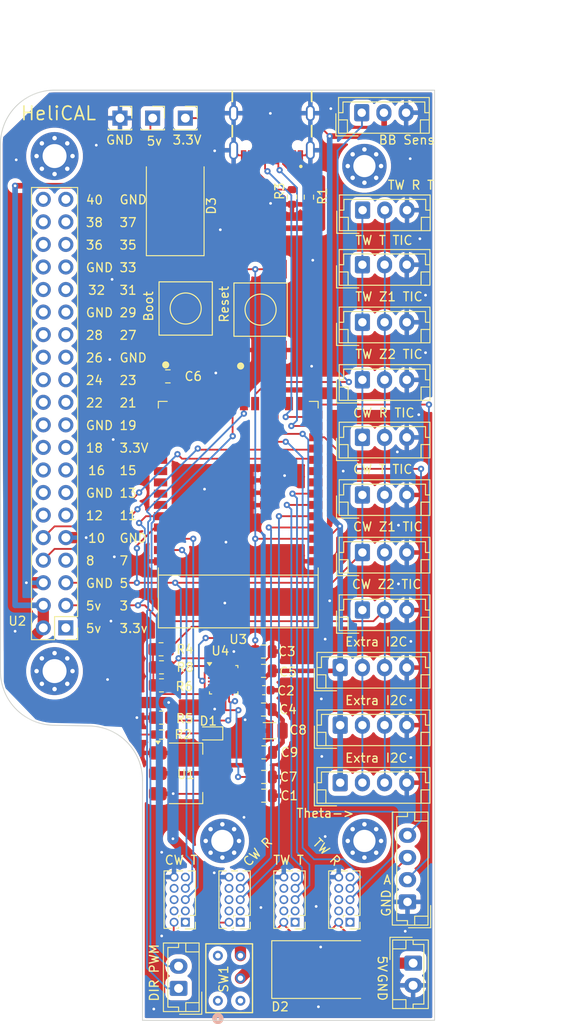
<source format=kicad_pcb>
(kicad_pcb (version 20241229) (generator "pcbnew") (generator_version "9.0")
  (layers (0 "F.Cu" signal) (2 "B.Cu" signal) (13 "F.Paste" user) (15 "B.Paste" user) (5 "F.SilkS" user "F.Silkscreen") (7 "B.SilkS" user "B.Silkscreen") (1 "F.Mask" user) (3 "B.Mask" user) (25 "Edge.Cuts" user))
  (net 0 "")
  (net 1 "GND")
  (net 2 "+5V")
  (net 3 "+3.3V")
  (net 4 "Net-(U3-EN)")
  (net 5 "Net-(U3-GPIO0)")
  (net 6 "Net-(U4-REGOUT)")
  (net 7 "Net-(D1-A)")
  (net 8 "Net-(D2-A)")
  (net 9 "/D+")
  (net 10 "/D-")
  (net 11 "/BB Sensor")
  (net 12 "/I2C SLC 1")
  (net 13 "/I2C SDA 1")
  (net 14 "/DC Dir")
  (net 15 "/DC PWM")
  (net 16 "Net-(U4-FSYNC)")
  (net 23 "/TW R B")
  (net 26 "/Theta A")
  (net 27 "/CW T B")
  (net 28 "/TW T B")
  (net 29 "/CW T A")
  (net 31 "/Jetson TX")
  (net 35 "/CW R B")
  (net 37 "/Theta B")
  (net 39 "/Jetson RX")
  (net 44 "/TW T A")
  (net 45 "/CW R A")
  (net 47 "/TW R A")
  (net 86 "Net-(D2-K)")
  (net 87 "Net-(D3-A)")
  (net 119 "Net-(J5-CC1)")
  (net 120 "Net-(J5-CC2)")
  (footprint "HeliCAL_Custom_Footprint:MountingHole_2.5mm_Pad_Via" (layer "F.Cu") (at 90.907 144.77262)
    (property "Reference" "H5" (hide yes))
    (property "Value" "MountingHole")
  )
  (footprint "Connector_JST:JST_EH_B3B-EH-A_1x03_P2.50mm_Vertical" (layer "F.Cu") (at 90.678 105.807727)
    (property "Reference" "J8" (hide yes))
    (property "Value" "CW T TIC" (hide yes))
  )
  (footprint "HeliCAL_Custom_Footprint:TE_4-1437565-9" (layer "F.Cu") (at 79.212 84.9385 90)
    (property "Reference" "SW2" (hide yes))
    (property "Value" "Reset" (hide yes))
  )
  (footprint "Connector_JST:JST_EH_B3B-EH-A_1x03_P2.50mm_Vertical" (layer "F.Cu") (at 90.678 86.364181)
    (property "Reference" "J11" (hide yes))
    (property "Value" "TW Z1 TIC" (hide yes))
  )
  (footprint "Sensor_Motion:InvenSense_QFN-24_3x3mm_P0.4mm" (layer "F.Cu") (at 75.057 126.619)
    (property "Reference" "U4")
    (property "Value" "~")
  )
  (footprint "Capacitor_SMD:C_0805_2012Metric" (layer "F.Cu") (at 79.568 125.621143)
    (property "Reference" "C5")
    (property "Value" ".1uF" (hide yes))
  )
  (footprint "Capacitor_SMD:C_0805_2012Metric" (layer "F.Cu") (at 79.5934 139.6746)
    (property "Reference" "C1")
    (property "Value" "100nF" (hide yes))
  )
  (footprint "Connector_PinSocket_2.54mm:PinSocket_1x01_P2.54mm_Vertical" (layer "F.Cu") (at 67.056 63.373)
    (property "Reference" "J2" (hide yes))
    (property "Value" "Conn_01x01" (hide yes))
  )
  (footprint "Connector_JST:JST_EH_B4B-EH-A_1x04_P2.50mm_Vertical" (layer "F.Cu") (at 88.178 138.213636)
    (property "Reference" "J16" (hide yes))
    (property "Value" "Extra I2C" (hide yes))
  )
  (footprint "Resistor_SMD:R_0805_2012Metric" (layer "F.Cu") (at 68.0485 125.222)
    (property "Reference" "R8")
    (property "Value" "10K" (hide yes))
  )
  (footprint "Resistor_SMD:R_0603_1608Metric" (layer "F.Cu") (at 68.0485 132.7912)
    (property "Reference" "R2")
    (property "Value" "500 Ω")
  )
  (footprint "Connector_JST:JST_EH_B3B-EH-A_1x03_P2.50mm_Vertical" (layer "F.Cu") (at 90.678 99.326545)
    (property "Reference" "J9" (hide yes))
    (property "Value" "CW R TIC" (hide yes))
  )
  (footprint "HeliCAL_Custom_Footprint:MountingHole_2.5mm_Pad_Via" (layer "F.Cu") (at 90.907 68.77262)
    (property "Reference" "H4" (hide yes))
    (property "Value" "MountingHole")
  )
  (footprint "Resistor_SMD:R_0603_1608Metric" (layer "F.Cu") (at 84.6546 72.2752 90)
    (property "Reference" "R1")
    (property "Value" "5.1 k" (hide yes))
  )
  (footprint "Connector_JST:JST_EH_B3B-EH-A_1x03_P2.50mm_Vertical" (layer "F.Cu") (at 90.678 112.288909)
    (property "Reference" "J7" (hide yes))
    (property "Value" "CW Z1 TIC" (hide yes))
  )
  (footprint "Diode_SMD:D_SMB-SMC_Universal_Handsoldering" (layer "F.Cu") (at 86.081 159.258)
    (property "Reference" "D2")
    (property "Value" "D")
  )
  (footprint "Connector_PinHeader_2.54mm:PinHeader_2x20_P2.54mm_Vertical" (layer "F.Cu") (at 54.737 72.517)
    (property "Reference" "U2")
    (property "Value" "~")
  )
  (footprint "Capacitor_SMD:C_1206_3216Metric" (layer "F.Cu") (at 80.215 132.3594 180)
    (property "Reference" "C8")
    (property "Value" "10nF" (hide yes))
  )
  (footprint "Connector_JST:JST_EH_B3B-EH-A_1x03_P2.50mm_Vertical" (layer "F.Cu") (at 90.6018 62.7634)
    (property "Reference" "J18" (hide yes))
    (property "Value" "Conn_01x03" (hide yes))
  )
  (footprint "Connector_PinHeader_1.27mm:PinHeader_2x05_P1.27mm_Vertical" (layer "F.Cu") (at 70.739 153.924 180)
    (property "Reference" "U6" (hide yes))
    (property "Value" "~")
  )
  (footprint "Capacitor_SMD:C_0805_2012Metric" (layer "F.Cu") (at 79.6138 134.7978 180)
    (property "Reference" "C9")
    (property "Value" "0.1uF" (hide yes))
  )
  (footprint "Capacitor_SMD:C_0805_2012Metric" (layer "F.Cu") (at 68.768 92.456 180)
    (property "Reference" "C6")
    (property "Value" ".1uF" (hide yes))
  )
  (footprint "Connector_PinHeader_1.27mm:PinHeader_2x05_P1.27mm_Vertical" (layer "F.Cu") (at 76.919667 153.924 180)
    (property "Reference" "U7" (hide yes))
    (property "Value" "~" (hide yes))
  )
  (footprint "Resistor_SMD:R_0805_2012Metric" (layer "F.Cu") (at 68.0485 130.8862 180)
    (property "Reference" "R5")
    (property "Value" "10K" (hide yes))
  )
  (footprint "Connector_JST:JST_EH_B3B-EH-A_1x03_P2.50mm_Vertical" (layer "F.Cu") (at 90.678 118.770091)
    (property "Reference" "J6" (hide yes))
    (property "Value" "CW Z2 TIC" (hide yes))
  )
  (footprint "HeliCAL_Custom_Footprint:ESP32-S2-SOLO" (layer "F.Cu") (at 76.695 105.024 180)
    (property "Reference" "U3")
    (property "Value" "ESP32-S2-SOLO" (hide yes))
  )
  (footprint "Connector_JST:JST_EH_B4B-EH-A_1x04_P2.50mm_Vertical" (layer "F.Cu") (at 88.178 125.251272)
    (property "Reference" "J15" (hide yes))
    (property "Value" "Extra I2C" (hide yes))
  )
  (footprint "HeliCAL_Custom_Footprint:GCT_USB4105-GF-A" (layer "F.Cu") (at 80.4946 62.8142 180)
    (property "Reference" "J5" (hide yes))
    (property "Value" "USB4105-GF-A" (hide yes))
  )
  (footprint "Connector_JST:JST_EH_B4B-EH-A_1x04_P2.50mm_Vertical" (layer "F.Cu") (at 95.758 151.638 90)
    (property "Reference" "J19" (hide yes))
    (property "Value" "Theta Encoder" (hide yes))
  )
  (footprint "HeliCAL_Custom_Footprint:TE_4-1437565-9" (layer "F.Cu") (at 70.775 84.8115 90)
    (property "Reference" "SW3" (hide yes))
    (property "Value" "Boot" (hide yes))
  )
  (footprint "Resistor_SMD:R_0805_2012Metric" (layer "F.Cu") (at 68.0485 127.254)
    (property "Reference" "R6")
    (property "Value" "10K" (hide yes))
  )
  (footprint "LED_SMD:LED_0603_1608Metric" (layer "F.Cu") (at 73.4675 132.6642 180)
    (property "Reference" "D1")
    (property "Value" "LED" (hide yes))
  )
  (footprint "Capacitor_SMD:C_0805_2012Metric" (layer "F.Cu") (at 79.5884 137.5664)
    (property "Reference" "C7")
    (property "Value" "0.1uF" (hide yes))
  )
  (footprint "Connector_JST:JST_EH_B2B-EH-A_1x02_P2.50mm_Vertical" (layer "F.Cu") (at 69.977 161.377 90)
    (property "Reference" "J17" (hide yes))
    (property "Value" "Conn_01x02" (hide yes))
  )
  (footprint "Resistor_SMD:R_0805_2012Metric" (layer "F.Cu") (at 68.0015 123.19)
    (property "Reference" "R4")
    (property "Value" "10k" (hide yes))
  )
  (footprint "Capacitor_SMD:C_0603_1608Metric" (layer "F.Cu") (at 79.568 127.798286)
    (property "Reference" "C2")
    (property "Value" "10uF")
  )
  (footprint "Package_TO_SOT_SMD:SOT-223-3_TabPin2" (layer "F.Cu") (at 70.7894 137.16)
    (property "Reference" "U1")
    (property "Value" "LD1117S33TR_SOT223" (hide yes))
  )
  (footprint "Capacitor_SMD:C_0805_2012Metric" (layer "F.Cu") (at 79.568 129.975429)
    (property "Reference" "C4")
    (property "Value" "1uF" (hide yes))
  )
  (footprint "Connector_PinHeader_1.27mm:PinHeader_2x05_P1.27mm_Vertical" (layer "F.Cu") (at 83.100333 153.924 180)
    (property "Reference" "U8" (hide yes))
    (property "Value" "~" (hide yes))
  )
  (footprint "Capacitor_SMD:C_0805_2012Metric" (layer "F.Cu") (at 79.568 123.444 180)
    (property "Reference" "C3")
    (property "Value" ".1uF" (hide yes))
  )
  (footprint "Diode_SMD:D_SMB-SMC_Universal_Handsoldering" (layer "F.Cu") (at 69.596 73.254 90)
    (property "Reference" "D3")
    (property "Value" "D" (hide yes))
  )
  (footprint "Connector_PinHeader_1.27mm:PinHeader_2x05_P1.27mm_Vertical" (layer "F.Cu") (at 89.281 153.924 180)
    (property "Reference" "U9" (hide yes))
    (property "Value" "~" (hide yes))
  )
  (footprint "Connector_JST:JST_EH_B3B-EH-A_1x03_P2.50mm_Vertical" (layer "F.Cu") (at 90.678 79.883)
    (property "Reference" "J12" (hide yes))
    (property "Value" "TW T TIC" (hide yes))
  )
  (footprint "HeliCAL_Custom_Footprint:CF-LD-1DC-AR2W_NDC" (layer "F.Cu") (at 74.40295 162.77285 90)
    (property "Reference" "SW1")
    (property "Value" "CF-LD-1DC-AR2W" (hide yes))
  )
  (footprint "HeliCAL_Custom_Footprint:MountingHole_2.7mm_Pad_Via" (layer "F.Cu") (at 56.007 67.647)
    (property "Reference" "H1" (hide yes))
    (property "Value" "MountingHole" (hide yes))
  )
  (footprint "Connector_JST:JST_EH_B4B-EH-A_1x04_P2.50mm_Vertical" (layer "F.Cu") (at 88.178 131.732454)
    (property "Reference" "J14" (hide yes))
    (property "Value" "Extra I2C" (hide yes))
  )
  (footprint "Connector_JST:JST_EH_B3B-EH-A_1x03_P2.50mm_Vertical" (layer "F.Cu") (at 90.7034 73.7362)
    (property "Reference" "J13" (hide yes))
    (property "Value" "TW R TIC" (hide yes))
  )
  (footprint "HeliCAL_Custom_Footprint:MountingHole_2.7mm_Pad_Via" (layer "F.Cu") (at 56.007 125.647)
    (property "Reference" "H2" (hide yes))
    (property "Value" "MountingHole" (hide yes))
  )
  (footprint "Connector_PinSocket_2.54mm:PinSocket_1x01_P2.54mm_Vertical" (layer "F.Cu") (at 63.373 63.373)
    (property "Reference" "J1" (hide yes))
    (property "Value" "Conn_01x01" (hide yes))
  )
  (footprint "HeliCAL_Custom_Footprint:MountingHole_2.5mm_Pad_Via" (layer "F.Cu") (at 74.907 144.77262)
    (property "Reference" "H3" (hide yes))
    (property "Value" "MountingHole")
  )
  (footprint "Connector_PinSocket_2.54mm:PinSocket_1x01_P2.54mm_Vertical" (layer "F.Cu") (at 70.739 63.373)
    (property "Reference" "J3" (hide yes))
    (property "Value" "Conn_01x01" (hide yes))
  )
  (footprint "Connector_JST:JST_EH_B2B-EH-A_1x02_P2.50mm_Vertical" (layer "F.Cu") (at 96.393 158.536 -90)
    (property "Reference" "J4" (hide yes))
    (property "Value" "Conn_01x02" (hide yes))
  )
  (footprint "Resistor_SMD:R_0603_1608Metric" (layer "F.Cu") (at 82.7496 72.2508 -90)
    (property "Reference" "R3")
    (property "Value" "5.1 k" (hide yes))
  )
  (footprint "Connector_JST:JST_EH_B3B-EH-A_1x03_P2.50mm_Vertical" (layer "F.Cu") (at 90.678 92.845363)
    (property "Reference" "J10" (hide yes))
    (property "Value" "TW Z2 TIC" (hide yes))
  )
  (gr_line (start 98.806 164.973) (end 65.913 164.973) (stroke (width 0.1)) (layer "Edge.Cuts"))
  (gr_line (start 49.911 67.647) (end 49.911 66.3194) (stroke (width 0.1)) (layer "Edge.Cuts"))
  (gr_arc (start 56.007 131.743) (mid 51.696477 129.957523) (end 49.911 125.647) (stroke (width 0.1)) (layer "Edge.Cuts"))
  (gr_arc (start 59.817 131.826) (mid 64.127523 133.611477) (end 65.913 137.922) (stroke (width 0.1)) (layer "Edge.Cuts"))
  (gr_line (start 65.913 164.973) (end 65.913 137.922) (stroke (width 0.1)) (layer "Edge.Cuts"))
  (gr_line (start 56.007 60.2234) (end 98.806 60.2234) (stroke (width 0.1)) (layer "Edge.Cuts"))
  (gr_line (start 56.007 131.743) (end 59.817 131.826) (stroke (width 0.1)) (layer "Edge.Cuts"))
  (gr_line (start 49.911 67.647) (end 49.911 125.647) (stroke (width 0.1)) (layer "Edge.Cuts"))
  (gr_arc (start 49.911 66.3194) (mid 51.696477 62.008877) (end 56.007 60.2234) (stroke (width 0.1)) (layer "Edge.Cuts"))
  (gr_line (start 98.806 61.551) (end 98.806 60.2234) (stroke (width 0.1)) (layer "Edge.Cuts"))
  (gr_line (start 98.806 61.551) (end 98.806 164.973) (stroke (width 0.1)) (layer "Edge.Cuts"))
  (gr_text "CW Z2 TIC" (at 89.408 116.459 0) (layer "F.SilkS") (effects (font (size 1 1)) (justify left bottom)))
  (gr_text "CW Z1 TIC" (at 89.535 109.982 0) (layer "F.SilkS") (effects (font (size 1 1)) (justify left bottom)))
  (gr_text "TW Z1 TIC" (at 89.789 84.074 0) (layer "F.SilkS") (effects (font (size 1 1)) (justify left bottom)))
  (gr_text "DIR" (at 67.818 162.941 90) (layer "F.SilkS") (effects (font (size 1 1)) (justify left bottom)))
  (gr_text "3.3V" (at 69.215 66.421 0) (layer "F.SilkS") (effects (font (size 1 1)) (justify left bottom)))
  (gr_text "TW R" (at 84.8868 145.0848 315) (layer "F.SilkS") (effects (font (size 1 1)) (justify left bottom)))
  (gr_text "TW Z2 TIC" (at 89.789 90.551 0) (layer "F.SilkS") (effects (font (size 1 1)) (justify left bottom)))
  (gr_text "5v" (at 66.294 66.548 0) (layer "F.SilkS") (effects (font (size 1 1)) (justify left bottom)))
  (gr_text "CW T" (at 68.326 147.5232 0) (layer "F.SilkS") (effects (font (size 1 1)) (justify left bottom)))
  (gr_text "Extra I2C\n" (at 88.646 136.017 0) (layer "F.SilkS") (effects (font (size 1 1)) (justify left bottom)))
  (gr_text "Reset" (at 75.692 86.487 90) (layer "F.SilkS") (effects (font (size 1 1)) (justify left bottom)))
  (gr_text "Extra I2C\n" (at 88.646 122.936 0) (layer "F.SilkS") (effects (font (size 1 1)) (justify left bottom)))
  (gr_text "Boot" (at 67.183 86.36 90) (layer "F.SilkS") (effects (font (size 1 1)) (justify left bottom)))
  (gr_text "A" (at 92.951181 149.741466 0) (layer "F.SilkS") (effects (font (size 1 1)) (justify left bottom)))
  (gr_text "CW R TIC" (at 89.535 97.155 0) (layer "F.SilkS") (effects (font (size 1 1)) (justify left bottom)))
  (gr_text "HeliCAL" (at 52.07 63.7286 0) (layer "F.SilkS") (effects (font (size 1.524 1.524) (thickness 0.1905)) (justify left bottom)))
  (gr_text "TW T" (at 80.5434 147.5232 0) (layer "F.SilkS") (effects (font (size 1 1)) (justify left bottom)))
  (gr_text "GND" (at 61.722 66.421 0) (layer "F.SilkS") (effects (font (size 1 1)) (justify left bottom)))
  (gr_text "CW T TIC" (at 89.535 103.505 0) (layer "F.SilkS") (effects (font (size 1 1)) (justify left bottom)))
  (gr_text "TW T TIC" (at 89.789 77.724 0) (layer "F.SilkS") (effects (font (size 1 1)) (justify left bottom)))
  (gr_text "TW R T" (at 93.4466 71.501 0) (layer "F.SilkS") (effects (font (size 1 1)) (justify left bottom)))
  (gr_text "GND" (at 93.9546 153.3906 90) (layer "F.SilkS") (effects (font (size 1 1)) (justify left bottom)))
  (gr_text "BB Sens" (at 92.4306 66.421 0) (layer "F.SilkS") (effects (font (size 1 1)) (justify left bottom)))
  (gr_text "CW R" (at 77.851 147.8788 45) (layer "F.SilkS") (effects (font (size 1 1)) (justify left bottom)))
  (gr_text "Extra I2C\n" (at 88.646 129.54 0) (layer "F.SilkS") (effects (font (size 1 1)) (justify left bottom)))
  (gr_text "Theta->" (at 83.1596 142.24 0) (layer "F.SilkS") (effects (font (size 1 1)) (justify left bottom)))
  (segment (start 77.2946 67.5692) (end 76.7496 67.5692) (width 0.2032) (layer "F.Cu") (net 1))
  (segment (start 82.114572 127.834572) (end 82.042 127.834572) (width 0.2032) (layer "F.Cu") (net 1))
  (segment (start 74.4474 148.8186) (end 75.6412 148.8186) (width 0.2032) (layer "F.Cu") (net 1))
  (segment (start 74.857 129.056436) (end 74.857 128.119) (width 0.2032) (layer "F.Cu") (net 1))
  (segment (start 65.278 130.8862) (end 67.136 130.8862) (width 0.2032) (layer "F.Cu") (net 1))
  (segment (start 59.563 110.617) (end 57.277 110.617) (width 1.27) (layer "F.Cu") (net 1))
  (segment (start 82.042 127.834572) (end 82.005714 127.798286) (width 0.2032) (layer "F.Cu") (net 1))
  (segment (start 82.005714 127.798286) (end 80.518 127.798286) (width 0.2032) (layer "F.Cu") (net 1))
  (segment (start 74.041 129.921) (end 74.041 129.872436) (width 0.2032) (layer "F.Cu") (net 1))
  (segment (start 80.518 123.721143) (end 80.518 123.444) (width 0.2032) (layer "F.Cu") (net 1))
  (segment (start 75.657 125.074) (end 75.657 123.987) (width 0.2032) (layer "F.Cu") (net 1))
  (segment (start 74.041 129.872436) (end 74.857 129.056436) (width 0.2032) (layer "F.Cu") (net 1))
  (segment (start 52.832 115.697) (end 54.737 115.697) (width 1.27) (layer "F.Cu") (net 1))
  (segment (start 75.657 123.987) (end 76.2 123.444) (width 0.2032) (layer "F.Cu") (net 1))
  (segment (start 76.602 123.846) (end 76.2 123.444) (width 0.2032) (layer "F.Cu") (net 1))
  (segment (start 84.2396 67.5692) (end 84.8146 66.9942) (width 0.2032) (layer "F.Cu") (net 1))
  (segment (start 77.47 131.123429) (end 78.618 129.975429) (width 0.2032) (layer "F.Cu") (net 1))
  (segment (start 80.481714 127.762) (end 80.518 127.798286) (width 0.2032) (layer "F.Cu") (net 1))
  (segment (start 76.7496 67.5692) (end 76.1746 66.9942) (width 0.2032) (layer "F.Cu") (net 1))
  (segment (start 83.058 128.778) (end 82.114572 127.834572) (width 0.2032) (layer "F.Cu") (net 1))
  (segment (start 83.6946 67.5692) (end 84.2396 67.5692) (width 0.2032) (layer "F.Cu") (net 1))
  (segment (start 75.6412 148.8186) (end 75.649667 148.810133) (width 0.2032) (layer "F.Cu") (net 1))
  (segment (start 86.0552 128.778) (end 83.058 128.778) (width 0.2032) (layer "F.Cu") (net 1))
  (segment (start 76.602 125.619) (end 76.602 123.846) (width 0.2032) (layer "F.Cu") (net 1))
  (segment (start 73.9902 148.3614) (end 74.4474 148.8186) (width 0.2032) (layer "F.Cu") (net 1))
  (segment (start 78.618 125.621143) (end 80.518 123.721143) (width 0.2032) (layer "F.Cu") (net 1))
  (segment (start 75.649667 148.810133) (end 75.649667 148.844) (width 0.2032) (layer "F.Cu") (net 1))
  (via (at 96.0628 67.945) (size 0.7112) (drill 0.3048) (layers "F.Cu" "B.Cu") (net 1))
  (via (at 51.562 121.158) (size 0.7112) (drill 0.3048) (layers "F.Cu" "B.Cu") (net 1))
  (via (at 67.183 163.703) (size 0.7112) (drill 0.3048) (layers "F.Cu" "B.Cu") (net 1))
  (via (at 65.278 130.8862) (size 0.7112) (drill 0.3048) (layers "F.Cu" "B.Cu") (net 1))
  (via (at 52.832 115.697) (size 0.7112) (drill 0.3048) (layers "F.Cu" "B.Cu") (net 1))
  (via (at 84.963 91.313) (size 0.7112) (drill 0.3048) (layers "F.Cu" "B.Cu") (net 1))
  (via (at 77.47 131.123429) (size 0.7112) (drill 0.3048) (layers "F.Cu" "B.Cu") (net 1))
  (via (at 85.725 163.449) (size 0.7112) (drill 0.3048) (layers "F.Cu" "B.Cu") (net 1))
  (via (at 86.0552 128.778) (size 0.7112) (drill 0.3048) (layers "F.Cu" "B.Cu") (net 1))
  (via (at 85.471 152.146) (size 0.7112) (drill 0.3048) (layers "F.Cu" "B.Cu") (net 1))
  (via (at 62.484 81.534) (size 0.7112) (drill 0.3048) (layers "F.Cu" "B.Cu") (net 1))
  (via (at 80.3366 72.9742) (size 0.7112) (drill 0.3048) (layers "F.Cu" "B.Cu") (net 1))
  (via (at 51.689 68.072) (size 0.7112) (drill 0.3048) (layers "F.Cu" "B.Cu") (net 1))
  (via (at 87.122 62.3062) (size 0.7112) (drill 0.3048) (layers "F.Cu" "B.Cu") (net 1))
  (via (at 68.072 155.4734) (size 0.7112) (drill 0.3048) (layers "F.Cu" "B.Cu") (net 1))
  (via (at 94.615 100.965) (size 0.7112) (drill 0.3048) (layers "F.Cu" "B.Cu") (net 1))
  (via (at 97.028 96.774) (size 0.7112) (drill 0.3048) (layers "F.Cu" "B.Cu") (net 1))
  (via (at 59.563 110.617) (size 0.7112) (drill 0.3048) (layers "F.Cu" "B.Cu") (net 1))
  (via (at 86.995 117.729) (size 0.7112) (drill 0.3048) (layers "F.Cu" "B.Cu") (net 1))
  (via (at 74.041 129.921) (size 0.7112) (drill 0.3048) (layers "F.Cu" "B.Cu") (net 1))
  (via (at 86.487 122.047) (size 0.7112) (drill 0.3048) (layers "F.Cu" "B.Cu") (net 1))
  (via (at 94.742 115.824) (size 0.7112) (drill 0.3048) (layers "F.Cu" "B.Cu") (net 1))
  (via (at 74.168 92.075) (size 0.7112) (drill 0.3048) (layers "F.Cu" "B.Cu") (net 1))
  (via (at 76.2 123.444) (size 0.7112) (drill 0.3048) (layers "F.Cu" "B.Cu") (net 1))
  (via (at 86.106 135.255) (size 0.7112) (drill 0.3048) (layers "F.Cu" "B.Cu") (net 1))
  (via (at 94.742 109.22) (size 0.7112) (drill 0.3048) (layers "F.Cu" "B.Cu") (net 1))
  (via (at 85.09 79.375) (size 0.7112) (drill 0.3048) (layers "F.Cu" "B.Cu") (net 1))
  (via (at 77.343 142.113) (size 0.7112) (drill 0.3048) (layers "F.Cu" "B.Cu") (net 1))
  (via (at 62.23 90.551) (size 0.7112) (drill 0.3048) (layers "F.Cu" "B.Cu") (net 1))
  (via (at 68.072 146.05) (size 0.7112) (drill 0.3048) (layers "F.Cu" "B.Cu") (net 1))
  (via (at 62.611 99.568) (size 0.7112) (drill 0.3048) (layers "F.Cu" "B.Cu") (net 1))
  (via (at 75.311 111.125) (size 0.7112) (drill 0.3048) (layers "F.Cu" "B.Cu") (net 1))
  (via (at 95.504 154.94) (size 0.7112) (drill 0.3048) (layers "F.Cu" "B.Cu") (net 1))
  (via (at 97.79 83.312) (size 0.7112) (drill 0.3048) (layers "F.Cu" "B.Cu") (net 1))
  (via (at 96.139 122.301) (size 0.7112) (drill 0.3048) (layers "F.Cu" "B.Cu") (net 1))
  (via (at 88.519 103.124) (size 0.7112) (drill 0.3048) (layers "F.Cu" "B.Cu") (net 1))
  (via (at 62.357 120.015) (size 0.7112) (drill 0.3048) (layers "F.Cu" "B.Cu") (net 1))
  (via (at 81.915 103.632) (size 0.7112) (drill 0.3048) (layers "F.Cu" "B.Cu") (net 1))
  (via (at 60.706 66.421) (size 0.7112) (drill 0.3048) (layers "F.Cu" "B.Cu") (net 1))
  (via (at 72.898 105.156) (size 0.7112) (drill 0.3048) (layers "F.Cu" "B.Cu") (net 1))
  (via (at 61.976 126.5936) (size 0.7112) (drill 0.3048) (layers "F.Cu" "B.Cu") (net 1))
  (via (at 85.979 156.718) (size 0.7112) (drill 0.3048) (layers "F.Cu" "B.Cu") (net 1))
  (via (at 80.3112 62.8396) (size 0.7112) (drill 0.3048) (layers "F.Cu" "B.Cu") (net 1))
  (via (at 97.155 76.962) (size 0.7112) (drill 0.3048) (layers "F.Cu" "B.Cu") (net 1))
  (via (at 86.487 144.272) (size 0.7112) (drill 0.3048) (layers "F.Cu" "B.Cu") (net 1))
  (via (at 74.676 75.946) (size 0.7112) (drill 0.3048) (layers "F.Cu" "B.Cu") (net 1))
  (via (at 75.184 117.983) (size 0.7112) (drill 0.3048) (layers "F.Cu" "B.Cu") (net 1))
  (via (at 96.139 135.382) (size 0.7112) (drill 0.3048) (layers "F.Cu" "B.Cu") (net 1))
  (via (at 79.248 152.273) (size 0.7112) (drill 0.3048) (layers "F.Cu" "B.Cu") (net 1))
  (via (at 96.139 128.905) (size 0.7112) (drill 0.3048) (layers "F.Cu" "B.Cu") (net 1))
  (via (at 97.79 89.789) (size 0.7112) (drill 0.3048) (layers "F.Cu" "B.Cu") (net 1))
  (via (at 74.041 67.056) (size 0.7112) (drill 0.3048) (layers "F.Cu" "B.Cu") (net 1))
  (via (at 62.738 112.776) (size 0.7112) (drill 0.3048) (layers "F.Cu" "B.Cu") (net 1))
  (via (at 73.9902 148.3614) (size 0.7112) (drill 0.3048) (layers "F.Cu" "B.Cu") (net 1))
  (segment (start 68.8594 129.1844) (end 65.3796 129.1844) (width 1.27) (layer "F.Cu") (net 2))
  (segment (start 69.4252 155.2378) (end 69.4252 153.9678) (width 0.2032) (layer "F.Cu") (net 2))
  (segment (start 72.4662 147.6502) (end 72.4662 153.2382) (width 1.27) (layer "F.Cu") (net 2))
  (segment (start 81.830333 153.924) (end 81.830333 154.2148) (width 0.2032) (layer "F.Cu") (net 2))
  (segment (start 73.152 155.575) (end 69.7624 155.575) (width 0.2032) (layer "F.Cu") (net 2))
  (segment (start 51.036839 127.052682) (end 51.036839 124.477161) (width 1.27) (layer "F.Cu") (net 2))
  (segment (start 78.3336 139.4714) (end 78.5368 139.6746) (width 0.2032) (layer "F.Cu") (net 2))
  (segment (start 65.659 132.7912) (end 65.1002 132.7912) (width 0.2032) (layer "F.Cu") (net 2))
  (segment (start 69.596 75.59) (end 69.494 75.692) (width 0.2032) (layer "F.Cu") (net 2))
  (segment (start 65.3796 129.1844) (end 64.897 129.667) (width 1.27) (layer "F.Cu") (net 2))
  (segment (start 88.9902 155.194) (end 91.948 155.194) (width 0.2032) (layer "F.Cu") (net 2))
  (segment (start 88.011 154.2148) (end 88.9902 155.194) (width 0.2032) (layer "F.Cu") (net 2))
  (segment (start 66.7004 70.9676) (end 66.802 71.0692) (width 0.635) (layer "F.Cu") (net 2))
  (segment (start 72.4662 153.2382) (end 73.152 153.924) (width 1.27) (layer "F.Cu") (net 2))
  (segment (start 73.152 153.924) (end 73.1958 153.9678) (width 0.2032) (layer "F.Cu") (net 2))
  (segment (start 78.5368 139.6746) (end 78.6434 139.6746) (width 0.2032) (layer "F.Cu") (net 2))
  (segment (start 69.3674 139.446) (end 69.3928 139.4714) (width 0.2032) (layer "F.Cu") (net 2))
  (segment (start 67.6394 139.46) (end 69.3534 139.46) (width 0.508) (layer "F.Cu") (net 2))
  (segment (start 69.3928 139.4714) (end 78.3336 139.4714) (width 0.2032) (layer "F.Cu") (net 2))
  (segment (start 65.1002 132.7912) (end 63.627 131.318) (width 0.2032) (layer "F.Cu") (net 2))
  (segment (start 73.1958 153.9678) (end 75.605867 153.9678) (width 0.2032) (layer "F.Cu") (net 2))
  (segment (start 69.342 144.526) (end 72.4662 147.6502) (width 1.27) (layer "F.Cu") (net 2))
  (segment (start 73.152 155.575) (end 73.152 153.924) (width 1.27) (layer "F.Cu") (net 2))
  (segment (start 64.897 129.667) (end 53.651157 129.667) (width 1.27) (layer "F.Cu") (net 2))
  (segment (start 76.962 155.575) (end 73.152 155.575) (width 1.27) (layer "F.Cu") (net 2))
  (segment (start 80.179333 155.575) (end 81.786533 153.9678) (width 0.2032) (layer "F.Cu") (net 2))
  (segment (start 86.741 155.194) (end 88.011 153.924) (width 0.2032) (layer "F.Cu") (net 2))
  (segment (start 54.737 120.777) (end 54.737 118.237) (width 1.27) (layer "F.Cu") (net 2))
  (segment (start 91.948 155.194) (end 91.948 150.448) (width 0.2032) (layer "F.Cu") (net 2))
  (segment (start 91.948 150.448) (end 95.758 146.638) (width 0.2032) (layer "F.Cu") (net 2))
  (segment (start 66.802 70.866) (end 66.802 63.627) (width 0.2032) (layer "F.Cu") (net 2))
  (segment (start 81.830333 154.2148) (end 82.809533 155.194) (width 0.2032) (layer "F.Cu") (net 2))
  (segment (start 76.962 155.575) (end 76.94295 155.59405) (width 0.2032) (layer "F.Cu") (net 2))
  (segment (start 53.651157 129.667) (end 51.036839 127.052682) (width 1.27) (layer "F.Cu") (net 2))
  (segment (start 51.036839 124.477161) (end 54.737 120.777) (width 1.27) (layer "F.Cu") (net 2))
  (segment (start 66.802 73.66) (end 69.596 76.454) (width 0.635) (layer "F.Cu") (net 2))
  (segment (start 76.94295 157.69285) (end 76.94295 155.59405) (width 1.27) (layer "F.Cu") (net 2))
  (segment (start 82.809533 155.194) (end 86.741 155.194) (width 0.2032) (layer "F.Cu") (net 2))
  (segment (start 67.2235 132.7912) (end 65.659 132.7912) (width 0.2032) (layer "F.Cu") (net 2))
  (segment (start 63.627 130.937) (end 64.897 129.667) (width 0.2032) (layer "F.Cu") (net 2))
  (segment (start 63.627 131.318) (end 63.627 130.937) (width 0.2032) (layer "F.Cu") (net 2))
  (segment (start 66.802 63.627) (end 67.056 63.373) (width 0.2032) (layer "F.Cu") (net 2))
  (segment (start 88.011 153.924) (end 88.011 154.2148) (width 0.2032) (layer "F.Cu") (net 2))
  (segment (start 69.7624 155.575) (end 69.4252 155.2378) (width 0.2032) (layer "F.Cu") (net 2))
  (segment (start 78.74 155.575) (end 80.179333 155.575) (width 0.2032) (layer "F.Cu") (net 2))
  (segment (start 66.7004 70.9676) (end 66.802 70.866) (width 0.2032) (layer "F.Cu") (net 2))
  (segment (start 65.9384 70.9676) (end 65.913 70.993) (width 0.635) (layer "F.Cu") (net 2))
  (segment (start 65.913 70.993) (end 51.562 70.993) (width 0.635) (layer "F.Cu") (net 2))
  (segment (start 66.802 71.0692) (end 66.802 73.66) (width 0.635) (layer "F.Cu") (net 2))
  (segment (start 66.7004 70.9676) (end 65.9384 70.9676) (width 0.635) (layer "F.Cu") (net 2))
  (segment (start 78.74 155.575) (end 76.962 155.575) (width 0.2032) (layer "F.Cu") (net 2))
  (via (at 69.3674 139.446) (size 0.7112) (drill 0.3048) (layers "F.Cu" "B.Cu") (net 2))
  (via (at 51.562 70.993) (size 0.7112) (drill 0.3048) (layers "F.Cu" "B.Cu") (net 2))
  (via (at 69.342 144.526) (size 0.7112) (drill 0.3048) (layers "F.Cu" "B.Cu") (net 2))
  (via (at 68.8594 129.1844) (size 0.7112) (drill 0.3048) (layers "F.Cu" "B.Cu") (net 2))
  (segment (start 69.342 129.667) (end 69.342 144.526) (width 1.27) (layer "B.Cu") (net 2))
  (segment (start 68.8594 129.1844) (end 69.342 129.667) (width 1.27) (layer "B.Cu") (net 2))
  (segment (start 51.562 70.993) (end 51.562 118.237) (width 0.635) (layer "B.Cu") (net 2))
  (segment (start 51.562 118.237) (end 54.737 118.237) (width 0.635) (layer "B.Cu") (net 2))
  (segment (start 67.089 123.19) (end 67.089 125.175) (width 0.2032) (layer "F.Cu") (net 3))
  (segment (start 74.6506 136.2456) (end 73.9394 136.9568) (width 0.508) (layer "F.Cu") (net 3))
  (segment (start 93.1018 62.7634) (end 93.131 62.7926) (width 0.635) (layer "F.Cu") (net 3))
  (segment (start 93.131 65.365) (end 93.091 65.405) (width 0.635) (layer "F.Cu") (net 3))
  (segment (start 72.507 128.2344) (end 72.9116 127.8298) (width 0.2032) (layer "F.Cu") (net 3))
  (segment (start 78.618 127.798286) (end 78.618 128.275) (width 0.508) (layer "F.Cu") (net 3))
  (segment (start 74.93 121.92) (end 76.55377 121.92) (width 0.2032) (layer "F.Cu") (net 3))
  (segment (start 67.6394 137.16) (end 73.9394 137.16) (width 0.508) (layer "F.Cu") (net 3))
  (segment (start 73.8462 128.7644) (end 72.9116 127.8298) (width 0.2032) (layer "F.Cu") (net 3))
  (segment (start 80.518 125.898286) (end 80.518 125.621143) (width 0.2032) (layer "F.Cu") (net 3))
  (segment (start 74.457 128.5752) (end 74.2678 128.7644) (width 0.2032) (layer "F.Cu") (net 3))
  (segment (start 78.618 127.798286) (end 77.343 127.798286) (width 0.2032) (layer "F.Cu") (net 3))
  (segment (start 76.781286 127.798286) (end 76.602 127.619) (width 0.2032) (layer "F.Cu") (net 3))
  (segment (start 87.122 112.014) (end 85.445 112.014) (width 0.2032) (layer "F.Cu") (net 3))
  (segment (start 93.091 65.405) (end 86.995 65.405) (width 0.635) (layer "F.Cu") (net 3))
  (segment (start 72.9116 127.8298) (end 72.9116 127.254) (width 0.2032) (layer "F.Cu") (net 3))
  (segment (start 78.618 127.798286) (end 78.618 127.503) (width 0.508) (layer "F.Cu") (net 3))
  (segment (start 80.041286 129.698286) (end 80.518 129.698286) (width 0.508) (layer "F.Cu") (net 3))
  (segment (start 73.9394 136.9568) (end 73.9394 137.7188) (width 0.508) (layer "F.Cu") (net 3))
  (segment (start 73.1008 125.619) (end 73.512 125.619) (width 0.2032) (layer "F.Cu") (net 3))
  (segment (start 68.1164 128.2344) (end 72.507 128.2344) (width 0.2032) (layer "F.Cu") (net 3))
  (segment (start 81.69 131.147429) (end 81.69 133.6716) (width 0.508) (layer "F.Cu") (net 3))
  (segment (start 73.9648 64.5668) (end 72.771 63.373) (width 0.2032) (layer "F.Cu") (net 3))
  (segment (start 80.518 125.621143) (end 87.808129 125.621143) (width 0.508) (layer "F.Cu") (net 3))
  (segment (start 72.9116 127.254) (end 72.9116 126.746) (width 0.2032) (layer "F.Cu") (net 3))
  (segment (start 81.69 133.6716) (end 79.116 136.2456) (width 0.508) (layer "F.Cu") (net 3))
  (segment (start 86.1568 64.5668) (end 73.9648 64.5668) (width 0.2032) (layer "F.Cu") (net 3))
  (segment (start 67.136 125.222) (end 67.136 127.254) (width 0.2032) (layer "F.Cu") (net 3))
  (segment (start 79.116 136.2456) (end 74.6506 136.2456) (width 0.508) (layer "F.Cu") (net 3))
  (segment (start 74.857 125.074) (end 74.857 121.993) (width 0.2032) (layer "F.Cu") (net 3))
  (segment (start 73.025 121.92) (end 74.93 121.92) (width 0.2032) (layer "F.Cu") (net 3))
  (segment (start 78.618 127.503) (end 80.222714 125.898286) (width 0.508) (layer "F.Cu") (net 3))
  (segment (start 86.995 65.405) (end 86.1568 64.5668) (width 0.2032) (layer "F.Cu") (net 3))
  (segment (start 72.9116 126.746) (end 72.9116 125.8082) (width 0.2032) (layer "F.Cu") (net 3))
  (segment (start 80.518 129.975429) (end 81.69 131.147429) (width 0.508) (layer "F.Cu") (net 3))
  (segment (start 93.131 62.7926) (end 93.131 65.365) (width 0.635) (layer "F.Cu") (net 3))
  (segment (start 80.222714 125.898286) (end 80.518 125.898286) (width 0.508) (layer "F.Cu") (net 3))
  (segment (start 67.136 127.254) (end 68.1164 128.2344) (width 0.2032) (layer "F.Cu") (net 3))
  (segment (start 74.2678 128.7644) (end 73.8462 128.7644) (width 0.2032) (layer "F.Cu") (net 3))
  (segment (start 67.089 125.175) (end 67.136 125.222) (width 0.2032) (layer "F.Cu") (net 3))
  (segment (start 72.771 63.373) (end 70.739 63.373) (width 0.2032) (layer "F.Cu") (net 3))
  (segment (start 88.138 109.321) (end 87.122 110.337) (width 0.2032) (layer "F.Cu") (net 3))
  (segment (start 74.457 128.164) (end 74.457 128.5752) (width 0.2032) (layer "F.Cu") (net 3))
  (segment (start 77.343 127.798286) (end 76.781286 127.798286) (width 0.2032) (layer "F.Cu") (net 3))
  (segment (start 74.857 121.993) (end 74.93 121.92) (width 0.2032) (layer "F.Cu") (net 3))
  (segment (start 80.518 129.698286) (end 80.518 129.975429) (width 0.2032) (layer "F.Cu") (net 3))
  (segment (start 87.122 110.337) (end 87.122 112.014) (width 0.2032) (layer "F.Cu") (net 3))
  (segment (start 76.55377 121.92) (end 77.343 122.70923) (width 0.2032) (layer "F.Cu") (net 3))
  (segment (start 72.9116 125.8082) (end 73.1008 125.619) (width 0.2032) (layer "F.Cu") (net 3))
  (segment (start 72.644 126.746) (end 72.9116 126.746) (width 0.2032) (layer "F.Cu") (net 3))
  (segment (start 78.618 128.275) (end 80.041286 129.698286) (width 0.508) (layer "F.Cu") (net 3))
  (segment (start 87.808129 125.621143) (end 88.178 125.251272) (width 0.2032) (layer "F.Cu") (net 3))
  (segment (start 77.343 122.70923) (end 77.343 127.798286) (width 0.2032) (layer "F.Cu") (net 3))
  (via (at 73.025 121.92) (size 0.7112) (drill 0.3048) (layers "F.Cu" "B.Cu") (net 3))
  (via (at 72.644 126.746) (size 0.7112) (drill 0.3048) (layers "F.Cu" "B.Cu") (net 3))
  (via (at 88.138 109.321) (size 0.7112) (drill 0.3048) (layers "F.Cu" "B.Cu") (net 3))
  (via (at 86.995 65.405) (size 0.7112) (drill 0.3048) (layers "F.Cu" "B.Cu") (net 3))
  (segment (start 72.644 126.746) (end 72.263 126.365) (width 0.2032) (layer "B.Cu") (net 3))
  (segment (start 86.995 108.178) (end 86.995 65.405) (width 0.635) (layer "B.Cu") (net 3))
  (segment (start 88.138 109.321) (end 86.995 108.178) (width 0.635) (layer "B.Cu") (net 3))
  (segment (start 88.138 109.321) (end 88.178 109.361) (width 0.635) (layer "B.Cu") (net 3))
  (segment (start 88.178 138.213636) (end 88.178 125.251272) (width 0.635) (layer "B.Cu") (net 3))
  (segment (start 72.263 122.682) (end 73.025 121.92) (width 0.2032) (layer "B.Cu") (net 3))
  (segment (start 88.178 109.361) (end 88.178 125.251272) (width 0.635) (layer "B.Cu") (net 3))
  (segment (start 72.263 126.365) (end 72.263 122.682) (width 0.2032) (layer "B.Cu") (net 3))
  (segment (start 78.613 80.391) (end 79.116 80.391) (width 0.2032) (layer "F.Cu") (net 4))
  (segment (start 71.454 120.65) (end 68.914 123.19) (width 0.2032) (layer "F.Cu") (net 4))
  (segment (start 76.9645 80.391) (end 76.962 80.3885) (width 0.2032) (layer "F.Cu") (net 4))
  (segment (start 78.618 123.444) (end 75.824 120.65) (width 0.2032) (layer "F.Cu") (net 4))
  (segment (start 79.1185 80.3885) (end 81.462 80.3885) (width 0.2032) (layer "F.Cu") (net 4))
  (segment (start 78.613 80.391) (end 76.9645 80.391) (width 0.2032) (layer "F.Cu") (net 4))
  (segment (start 79.116 80.391) (end 79.1185 80.3885) (width 0.2032) (layer "F.Cu") (net 4))
  (segment (start 78.613 110.744) (end 85.445 110.744) (width 0.2032) (layer "F.Cu") (net 4))
  (segment (start 78.613 122.174) (end 78.613 123.439) (width 0.2032) (layer "F.Cu") (net 4))
  (segment (start 75.824 120.65) (end 71.454 120.65) (width 0.2032) (layer "F.Cu") (net 4))
  (segment (start 78.613 123.439) (end 78.618 123.444) (width 0.2032) (layer "F.Cu") (net 4))
  (via (at 78.613 122.174) (size 0.7112) (drill 0.3048) (layers "F.Cu" "B.Cu") (net 4))
  (via (at 78.613 110.744) (size 0.7112) (drill 0.3048) (layers "F.Cu" "B.Cu") (net 4))
  (via (at 78.613 80.391) (size 0.7112) (drill 0.3048) (layers "F.Cu" "B.Cu") (net 4))
  (segment (start 78.613 80.391) (end 78.613 110.744) (width 0.2032) (layer "B.Cu") (net 4))
  (segment (start 78.613 110.744) (end 78.613 122.174) (width 0.2032) (layer "B.Cu") (net 4))
  (segment (start 72.8125 89.3615) (end 69.718 92.456) (width 0.2032) (layer "F.Cu") (net 5))
  (segment (start 69.718 92.207) (end 69.718 92.456) (width 0.2032) (layer "F.Cu") (net 5))
  (segment (start 69.718 93.7552) (end 69.718 92.456) (width 0.2032) (layer "F.Cu") (net 5))
  (segment (start 68.525 91.014) (end 69.718 92.207) (width 0.2032) (layer "F.Cu") (net 5))
  (segment (start 67.945 95.5282) (end 69.718 93.7552) (width 0.2032) (layer "F.Cu") (net 5))
  (segment (start 67.945 96.774) (end 67.945 95.5282) (width 0.2032) (layer "F.Cu") (net 5))
  (segment (start 68.525 91.014) (end 68.525 89.3615) (width 0.2032) (layer "F.Cu") (net 5))
  (segment (start 73.025 89.3615) (end 72.8125 89.3615) (width 0.2032) (layer "F.Cu") (net 5))
  (segment (start 75.311 130.048) (end 75.257 129.994) (width 0.2032) (layer "F.Cu") (net 6))
  (segment (start 75.257 129.994) (end 75.257 128.164) (width 0.2032) (layer "F.Cu") (net 6))
  (segment (start 76.6826 137.5664) (end 78.6384 137.5664) (width 0.2032) (layer "F.Cu") (net 6))
  (segment (start 76.708 130.048) (end 75.311 130.048) (width 0.2032) (layer "F.Cu") (net 6))
  (via (at 76.6826 137.5664) (size 0.7112) (drill 0.3048) (layers "F.Cu" "B.Cu") (net 6))
  (via (at 76.708 130.048) (size 0.7112) (drill 0.3048) (layers "F.Cu" "B.Cu") (net 6))
  (segment (start 76.6826 137.5664) (end 76.708 137.541) (width 0.2032) (layer "B.Cu") (net 6))
  (segment (start 76.708 136.398) (end 76.5048 136.1948) (width 0.2032) (layer "B.Cu") (net 6))
  (segment (start 76.708 137.541) (end 76.708 136.534026) (width 0.2032) (layer "B.Cu") (net 6))
  (segment (start 76.5048 130.2512) (end 76.708 130.048) (width 0.2032) (layer "B.Cu") (net 6))
  (segment (start 76.5048 136.1948) (end 76.5048 130.2512) (width 0.2032) (layer "B.Cu") (net 6))
  (segment (start 76.708 136.534026) (end 76.712513 136.529513) (width 0.2032) (layer "B.Cu") (net 6))
  (segment (start 76.712513 136.529513) (end 76.712513 136.402513) (width 0.2032) (layer "B.Cu") (net 6))
  (segment (start 68.834 132.6642) (end 72.68 132.6642) (width 0.2032) (layer "F.Cu") (net 7))
  (segment (start 90.003 158.536) (end 89.281 159.258) (width 1.27) (layer "F.Cu") (net 8))
  (segment (start 96.393 158.536) (end 90.003 158.536) (width 1.27) (layer "F.Cu") (net 8))
  (segment (start 82.042 97.028) (end 85.191 97.028) (width 0.2) (layer "F.Cu") (net 9))
  (segment (start 79.7868 66.7054) (end 80.6068 66.7054) (width 0.2) (layer "F.Cu") (net 9))
  (segment (start 80.7156 66.8142) (end 80.7156 67.5592) (width 0.2) (layer "F.Cu") (net 9))
  (segment (start 85.191 97.028) (end 85.445 96.774) (width 0.2) (layer "F.Cu") (net 9))
  (segment (start 79.7156 66.7766) (end 79.7868 66.7054) (width 0.2) (layer "F.Cu") (net 9))
  (segment (start 79.989826 69.358834) (end 79.7156 69.084608) (width 0.2) (layer "F.Cu") (net 9))
  (segment (start 79.7156 69.084608) (end 79.7156 66.7766) (width 0.2) (layer "F.Cu") (net 9))
  (segment (start 80.6068 66.7054) (end 80.7156 66.8142) (width 0.2) (layer "F.Cu") (net 9))
  (via (at 79.989826 69.358834) (size 0.7112) (drill 0.3048) (layers "F.Cu" "B.Cu") (net 9))
  (via (at 82.042 97.028) (size 0.7112) (drill 0.3048) (layers "F.Cu" "B.Cu") (net 9))
  (segment (start 82.042 96.807402) (end 82.677 96.172402) (width 0.2) (layer "B.Cu") (net 9))
  (segment (start 81.333392 70.7024) (end 79.989826 69.358834) (width 0.2) (layer "B.Cu") (net 9))
  (segment (start 82.042 97.028) (end 82.042 96.807402) (width 0.2) (layer "B.Cu") (net 9))
  (segment (start 82.677 72.0598) (end 81.333392 70.716192) (width 0.2) (layer "B.Cu") (net 9))
  (segment (start 81.333392 70.716192) (end 81.333392 70.7024) (width 0.2) (layer "B.Cu") (net 9))
  (segment (start 82.677 96.172402) (end 82.677 72.0598) (width 0.2) (layer "B.Cu") (net 9))
  (segment (start 80.2156 68.3418) (end 80.343 68.4692) (width 0.2) (layer "F.Cu") (net 10))
  (segment (start 81.2156 68.4692) (end 81.2156 69.0922) (width 0.2) (layer "F.Cu") (net 10))
  (segment (start 80.343 68.4692) (end 81.2156 68.4692) (width 0.2) (layer "F.Cu") (net 10))
  (segment (start 81.2156 67.5592) (end 81.2156 68.4692) (width 0.2) (layer "F.Cu") (net 10))
  (segment (start 81.2156 69.0922) (end 81.3546 69.2312) (width 0.2) (layer "F.Cu") (net 10))
  (segment (start 85.445 98.044) (end 82.677 98.044) (width 0.2) (layer "F.Cu") (net 10))
  (segment (start 80.2156 67.5592) (end 80.2156 68.3418) (width 0.2) (layer "F.Cu") (net 10))
  (via (at 82.677 98.044) (size 0.7112) (drill 0.3048) (layers "F.Cu" "B.Cu") (net 10))
  (via (at 81.3546 69.2312) (size 0.7112) (drill 0.3048) (layers "F.Cu" "B.Cu") (net 10))
  (segment (start 82.677 98.044) (end 83.312 97.409) (width 0.2) (layer "B.Cu") (net 10))
  (segment (start 83.312 71.2216) (end 81.3546 69.2642) (width 0.2) (layer "B.Cu") (net 10))
  (segment (start 83.312 97.409) (end 83.312 71.2216) (width 0.2) (layer "B.Cu") (net 10))
  (segment (start 81.3546 69.2642) (end 81.3546 69.2312) (width 0.2) (layer "B.Cu") (net 10))
  (segment (start 78.6 94.49056) (end 78.6 95.524) (width 0.2032) (layer "F.Cu") (net 11))
  (segment (start 89.154 93.091) (end 79.99956 93.091) (width 0.2032) (layer "F.Cu") (net 11))
  (segment (start 79.99956 93.091) (end 78.6 94.49056) (width 0.2032) (layer "F.Cu") (net 11))
  (via (at 89.154 93.091) (size 0.7112) (drill 0.3048) (layers "F.Cu" "B.Cu") (net 11))
  (segment (start 89.154 93.091) (end 87.884 91.821) (width 0.2032) (layer "B.Cu") (net 11))
  (segment (start 90.631 62.7926) (end 90.6018 62.7634) (width 0.2032) (layer "B.Cu") (net 11))
  (segment (start 87.884 91.821) (end 87.884 67.0306) (width 0.2032) (layer "B.Cu") (net 11))
  (segment (start 87.884 67.0306) (end 90.631 64.2836) (width 0.2032) (layer "B.Cu") (net 11))
  (segment (start 90.631 64.2836) (end 90.631 62.7926) (width 0.2032) (layer "B.Cu") (net 11))
  (segment (start 65.278 115.697) (end 69.596 115.697) (width 0.2032) (layer "F.Cu") (net 12))
  (segment (start 69.596 115.697) (end 87.269909 115.697) (width 0.2032) (layer "F.Cu") (net 12))
  (segment (start 74.457 124.206) (end 69.977 124.206) (width 0.2032) (layer "F.Cu") (net 12))
  (segment (start 87.269909 115.697) (end 90.678 112.288909) (width 0.2032) (layer "F.Cu") (net 12))
  (segment (start 65.278 111.8108) (end 65.278 111.506) (width 0.2032) (layer "F.Cu") (net 12))
  (segment (start 65.278 111.506) (end 67.31 109.474) (width 0.2032) (layer "F.Cu") (net 12))
  (segment (start 74.457 125.074) (end 74.457 124.206) (width 0.2032) (layer "F.Cu") (net 12))
  (segment (start 67.31 109.474) (end 67.945 109.474) (width 0.2032) (layer "F.Cu") (net 12))
  (segment (start 57.277 115.697) (end 65.278 115.697) (width 0.2032) (layer "F.Cu") (net 12))
  (segment (start 68.961 125.222) (end 69.977 124.206) (width 0.2032) (layer "F.Cu") (net 12))
  (via (at 69.977 124.206) (size 0.7112) (drill 0.3048) (layers "F.Cu" "B.Cu") (net 12))
  (via (at 65.278 111.8108) (size 0.7112) (drill 0.3048) (layers "F.Cu" "B.Cu") (net 12))
  (via (at 69.596 115.697) (size 0.7112) (drill 0.3048) (layers "F.Cu" "B.Cu") (net 12))
  (via (at 65.278 115.697) (size 0.7112) (drill 0.3048) (layers "F.Cu" "B.Cu") (net 12))
  (segment (start 90.678 73.7616) (end 90.7034 73.7362) (width 0.2032) (layer "B.Cu") (net 12))
  (segment (start 65.278 111.8108) (end 65.278 115.697) (width 0.2032) (layer "B.Cu") (net 12))
  (segment (start 70.231 116.332) (end 69.596 115.697) (width 0.2032) (layer "B.Cu") (net 12))
  (segment (start 70.231 123.952) (end 70.231 116.332) (width 0.2032) (layer "B.Cu") (net 12))
  (segment (start 90.678 138.213636) (end 90.678 73.7616) (width 0.2032) (layer "B.Cu") (net 12))
  (segment (start 67.955491 120.025491) (end 91.9226 120.025491) (width 0.2032) (layer "F.Cu") (net 13))
  (segment (start 67.9289 126.2219) (end 68.961 127.254) (width 0.2032) (layer "F.Cu") (net 13))
  (segment (start 68.961 127.254) (end 71.141 125.074) (width 0.2032) (layer "F.Cu") (net 13))
  (segment (start 91.9226 120.025491) (end 93.178 118.770091) (width 0.2032) (layer "F.Cu") (net 13))
  (segment (start 66.294 108.204) (end 67.945 108.204) (width 0.2032) (layer "F.Cu") (net 13))
  (segment (start 71.141 125.074) (end 74.057 125.074) (width 0.2032) (layer "F.Cu") (net 13))
  (segment (start 57.277 118.237) (end 65.405 118.237) (width 0.2032) (layer "F.Cu") (net 13))
  (segment (start 65.405 118.237) (end 66.167 118.237) (width 0.2032) (layer "F.Cu") (net 13))
  (segment (start 66.167 118.237) (end 67.9289 119.9989) (width 0.2032) (layer "F.Cu") (net 13))
  (segment (start 68.961 127.254) (end 68.961 127.047) (width 0.2032) (layer "F.Cu") (net 13))
  (segment (start 66.167 118.237) (end 67.955491 120.025491) (width 0.2032) (layer "F.Cu") (net 13))
  (segment (start 67.9289 119.9989) (end 67.9289 126.2219) (width 0.2032) (layer "F.Cu") (net 13))
  (segment (start 65.532 108.966) (end 66.294 108.204) (width 0.2032) (layer "F.Cu") (net 13))
  (via (at 65.405 118.237) (size 0.7112) (drill 0.3048) (layers "F.Cu" "B.Cu") (net 13))
  (via (at 65.532 108.966) (size 0.7112) (drill 0.3048) (layers "F.Cu" "B.Cu") (net 13))
  (segment (start 65.532 108.966) (end 66.167 109.601) (width 0.2032) (layer "B.Cu") (net 13))
  (segment (start 93.178 73.401818) (end 93.2034 73.427218) (width 0.2032) (layer "B.Cu") (net 13))
  (segment (start 66.167 117.475) (end 65.405 118.237) (width 0.2032) (layer "B.Cu") (net 13))
  (segment (start 93.2034 73.427218) (end 93.2034 138.188236) (width 0.2032) (layer "B.Cu") (net 13))
  (segment (start 66.167 109.601) (end 66.167 117.475) (width 0.2032) (layer "B.Cu") (net 13))
  (segment (start 93.2034 138.188236) (end 93.178 138.213636) (width 0.2032) (layer "B.Cu") (net 13))
  (segment (start 77.33 96.647) (end 77.33 95.524) (width 0.2032) (layer "F.Cu") (net 14))
  (via (at 77.33 96.647) (size 0.7112) (drill 0.3048) (layers "F.Cu" "B.Cu") (net 14))
  (segment (start 66.549 108.84844) (end 66.549 118.75444) (width 0.2032) (layer "B.Cu") (net 14))
  (segment (start 66.421 107.556) (end 66.421 107.695) (width 0.2032) (layer "B.Cu") (net 14))
  (segment (start 66.43044 118.873) (end 66.421 118.873) (width 0.2032) (layer "B.Cu") (net 14))
  (segment (start 66.803 108.59444) (end 66.549 108.84844) (width 0.2032) (layer "B.Cu") (net 14))
  (segment (start 66.421 159.091) (end 68.707 161.377) (width 0.2032) (layer "B.Cu") (net 14))
  (segment (start 66.421 107.695) (end 66.43044 107.695) (width 0.2032) (layer "B.Cu") (net 14))
  (segment (start 66.549 118.75444) (end 66.43044 118.873) (width 0.2032) (layer "B.Cu") (net 14))
  (segment (start 77.33 96.647) (end 66.421 107.556) (width 0.2032) (layer "B.Cu") (net 14))
  (segment (start 66.421 118.873) (end 66.421 159.091) (width 0.2032) (layer "B.Cu") (net 14))
  (segment (start 66.803 108.06756) (end 66.803 108.59444) (width 0.2032) (layer "B.Cu") (net 14))
  (segment (start 66.43044 107.695) (end 66.803 108.06756) (width 0.2032) (layer "B.Cu") (net 14))
  (segment (start 68.707 161.377) (end 69.977 161.377) (width 0.2032) (layer "B.Cu") (net 14))
  (segment (start 76.06 99.174) (end 76.073 99.187) (width 0.2032) (layer "F.Cu") (net 15))
  (segment (start 76.06 95.524) (end 76.06 99.174) (width 0.2032) (layer "F.Cu") (net 15))
  (via (at 76.073 99.187) (size 0.7112) (drill 0.3048) (layers "F.Cu" "B.Cu") (net 15))
  (segment (start 76.073 99.187) (end 67.185001 108.074999) (width 0.2032) (layer "B.Cu") (net 15))
  (segment (start 67.185001 108.752669) (end 66.931 109.00667) (width 0.2032) (layer "B.Cu") (net 15))
  (segment (start 67.185 108.22579) (end 67.185 108.43621) (width 0.2032) (layer "B.Cu") (net 15))
  (segment (start 67.185 108.43621) (end 67.185001 108.436211) (width 0.2032) (layer "B.Cu") (net 15))
  (segment (start 66.803 119.04067) (end 66.803 156.973) (width 0.2032) (layer "B.Cu") (net 15))
  (segment (start 67.185 108.22579) (end 67.185001 108.225789) (width 0.2032) (layer "B.Cu") (net 15))
  (segment (start 67.056 117.68633) (end 67.056 118.78767) (width 0.2032) (layer "B.Cu") (net 15))
  (segment (start 67.185001 108.074999) (end 67.185 108.22579) (width 0.2032) (layer "B.Cu") (net 15))
  (segment (start 67.185001 108.436211) (end 67.185001 108.752669) (width 0.2032) (layer "B.Cu") (net 15))
  (segment (start 67.056 118.78767) (end 66.803 119.04067) (width 0.2032) (layer "B.Cu") (net 15))
  (segment (start 66.931 117.56133) (end 67.056 117.68633) (width 0.2032) (layer "B.Cu") (net 15))
  (segment (start 68.707 158.877) (end 69.977 158.877) (width 0.2032) (layer "B.Cu") (net 15))
  (segment (start 66.931 109.00667) (end 66.931 117.56133) (width 0.2032) (layer "B.Cu") (net 15))
  (segment (start 66.803 156.973) (end 68.707 158.877) (width 0.2032) (layer "B.Cu") (net 15))
  (segment (start 76.2 129.159) (end 75.749 129.159) (width 0.2032) (layer "F.Cu") (net 16))
  (segment (start 75.657 129.067) (end 75.657 128.164) (width 0.2032) (layer "F.Cu") (net 16))
  (segment (start 75.5396 131.2164) (end 75.565 131.191) (width 0.2032) (layer "F.Cu") (net 16))
  (segment (start 68.914 131.2164) (end 75.5396 131.2164) (width 0.2032) (layer "F.Cu") (net 16))
  (segment (start 76.327 129.032) (end 76.2 129.159) (width 0.2032) (layer "F.Cu") (net 16))
  (segment (start 75.749 129.159) (end 75.657 129.067) (width 0.2032) (layer "F.Cu") (net 16))
  (via (at 76.327 129.032) (size 0.7112) (drill 0.3048) (layers "F.Cu" "B.Cu") (net 16))
  (via (at 75.565 131.191) (size 0.7112) (drill 0.3048) (layers "F.Cu" "B.Cu") (net 16))
  (segment (start 75.819 129.286) (end 75.819 130.937) (width 0.2032) (layer "B.Cu") (net 16))
  (segment (start 75.819 130.937) (end 75.565 131.191) (width 0.2032) (layer "B.Cu") (net 16))
  (segment (start 76.073 129.032) (end 75.819 129.286) (width 0.2032) (layer "B.Cu") (net 16))
  (segment (start 76.327 129.032) (end 76.073 129.032) (width 0.2032) (layer "B.Cu") (net 16))
  (segment (start 81.14 98.412) (end 81.14 95.524) (width 0.2032) (layer "F.Cu") (net 23))
  (segment (start 83.947 98.933) (end 81.661 98.933) (width 0.2032) (layer "F.Cu") (net 23))
  (segment (start 81.661 98.933) (end 81.14 98.412) (width 0.2032) (layer "F.Cu") (net 23))
  (via (at 83.947 98.933) (size 0.7112) (drill 0.3048) (layers "F.Cu" "B.Cu") (net 23))
  (segment (start 84.582 99.568) (end 84.582 141.478) (width 0.2032) (layer "B.Cu") (net 23))
  (segment (start 83.947 98.933) (end 84.582 99.568) (width 0.2032) (layer "B.Cu") (net 23))
  (segment (start 94.109487 146.555513) (end 89.281 151.384) (width 0.2032) (layer "B.Cu") (net 23))
  (segment (start 84.582 141.478) (end 94.109487 141.478) (width 0.2032) (layer "B.Cu") (net 23))
  (segment (start 94.109487 141.478) (end 94.109487 146.555513) (width 0.2032) (layer "B.Cu") (net 23))
  (segment (start 83.787 95.631) (end 98.171 95.631) (width 0.2032) (layer "F.Cu") (net 26))
  (segment (start 83.68 95.524) (end 83.787 95.631) (width 0.2032) (layer "F.Cu") (net 26))
  (via (at 98.171 95.631) (size 0.7112) (drill 0.3048) (layers "F.Cu" "B.Cu") (net 26))
  (segment (start 98.171 95.631) (end 98.171 146.619) (width 0.2032) (layer "B.Cu") (net 26))
  (segment (start 98.171 146.619) (end 95.712 149.078) (width 0.2032) (layer "B.Cu") (net 26))
  (segment (start 67.945 110.744) (end 71.628 110.744) (width 0.2032) (layer "F.Cu") (net 27))
  (via (at 71.628 110.744) (size 0.7112) (drill 0.3048) (layers "F.Cu" "B.Cu") (net 27))
  (segment (start 71.501 110.873) (end 71.627 110.999) (width 0.2032) (layer "B.Cu") (net 27))
  (segment (start 71.628 110.744) (end 71.501 110.871) (width 0.2032) (layer "B.Cu") (net 27))
  (segment (start 72.136 146.685) (end 72.136 149.987) (width 0.2032) (layer "B.Cu") (net 27))
  (segment (start 72.136 149.987) (end 70.739 151.384) (width 0.2032) (layer "B.Cu") (net 27))
  (segment (start 71.627 146.176) (end 72.136 146.685) (width 0.2032) (layer "B.Cu") (net 27))
  (segment (start 71.627 110.999) (end 71.627 146.176) (width 0.2032) (layer "B.Cu") (net 27))
  (segment (start 71.501 110.871) (end 71.501 110.873) (width 0.2032) (layer "B.Cu") (net 27))
  (segment (start 82.804 105.664) (end 85.445 105.664) (width 0.2032) (layer "F.Cu") (net 28))
  (via (at 82.804 105.664) (size 0.7112) (drill 0.3048) (layers "F.Cu" "B.Cu") (net 28))
  (segment (start 83.313 107.60023) (end 83.313 146.051) (width 0.2032) (layer "B.Cu") (net 28))
  (segment (start 83.313001 107.600229) (end 83.313 107.60023) (width 0.2032) (layer "B.Cu") (net 28))
  (segment (start 82.804 105.664) (end 83.312 106.172) (width 0.2032) (layer "B.Cu") (net 28))
  (segment (start 84.709 149.775333) (end 83.100333 151.384) (width 0.2032) (layer "B.Cu") (net 28))
  (segment (start 83.312 106.172) (end 83.312 107.28277) (width 0.2032) (layer "B.Cu") (net 28))
  (segment (start 84.709 147.447) (end 84.709 149.775333) (width 0.2032) (layer "B.Cu") (net 28))
  (segment (start 83.312 107.28277) (end 83.313 107.28377) (width 0.2032) (layer "B.Cu") (net 28))
  (segment (start 83.313 146.051) (end 84.709 147.447) (width 0.2032) (layer "B.Cu") (net 28))
  (segment (start 83.313 107.28377) (end 83.313001 107.600229) (width 0.2032) (layer "B.Cu") (net 28))
  (segment (start 67.945 112.014) (end 70.358 112.014) (width 0.2032) (layer "F.Cu") (net 29))
  (via (at 70.358 112.014) (size 0.7112) (drill 0.3048) (layers "F.Cu" "B.Cu") (net 29))
  (segment (start 71.5194 147.0844) (end 71.5194 149.3336) (width 0.2032) (layer "B.Cu") (net 29))
  (segment (start 71.5194 149.3336) (end 70.739 150.114) (width 0.2032) (layer "B.Cu") (net 29))
  (segment (start 70.866 112.522) (end 70.866 146.431) (width 0.2032) (layer "B.Cu") (net 29))
  (segment (start 70.866 146.431) (end 71.5194 147.0844) (width 0.2032) (layer "B.Cu") (net 29))
  (segment (start 70.358 112.014) (end 70.866 112.522) (width 0.2032) (layer "B.Cu") (net 29))
  (segment (start 85.318 100.711) (end 72.263 100.711) (width 0.2032) (layer "F.Cu") (net 31))
  (segment (start 65.350901 107.419236) (end 60.883137 111.887) (width 0.2032) (layer "F.Cu") (net 31))
  (segment (start 60.883137 111.887) (end 56.007 111.887) (width 0.2032) (layer "F.Cu") (net 31))
  (segment (start 72.263 100.711) (end 72.136 100.584) (width 0.2032) (layer "F.Cu") (net 31))
  (segment (start 56.007 111.887) (end 54.737 113.157) (width 0.2032) (layer "F.Cu") (net 31))
  (segment (start 85.445 100.584) (end 85.318 100.711) (width 0.2032) (layer "F.Cu") (net 31))
  (via (at 65.350901 107.419236) (size 0.7112) (drill 0.3048) (layers "F.Cu" "B.Cu") (net 31))
  (via (at 72.136 100.584) (size 0.7112) (drill 0.3048) (layers "F.Cu" "B.Cu") (net 31))
  (segment (start 65.350901 107.419236) (end 65.350901 107.369099) (width 0.2032) (layer "B.Cu") (net 31))
  (segment (start 65.350901 107.369099) (end 72.136 100.584) (width 0.2032) (layer "B.Cu") (net 31))
  (segment (start 85.445 108.204) (end 81.28 108.204) (width 0.2032) (layer "F.Cu") (net 35))
  (via (at 81.28 108.204) (size 0.7112) (drill 0.3048) (layers "F.Cu" "B.Cu") (net 35))
  (segment (start 81.28 147.023667) (end 81.28 108.204) (width 0.2032) (layer "B.Cu") (net 35))
  (segment (start 76.919667 151.384) (end 81.28 147.023667) (width 0.2032) (layer "B.Cu") (net 35))
  (segment (start 86.3982 99.314) (end 85.445 99.314) (width 0.2032) (layer "F.Cu") (net 37))
  (segment (start 97.282 102.87) (end 89.9542 102.87) (width 0.2032) (layer "F.Cu") (net 37))
  (segment (start 89.9542 102.87) (end 86.3982 99.314) (width 0.2032) (layer "F.Cu") (net 37))
  (via (at 97.282 102.87) (size 0.7112) (drill 0.3048) (layers "F.Cu" "B.Cu") (net 37))
  (segment (start 97.282 142.508) (end 97.282 102.87) (width 0.2032) (layer "B.Cu") (net 37))
  (segment (start 95.712 144.078) (end 97.282 142.508) (width 0.2032) (layer "B.Cu") (net 37))
  (segment (start 69.85 101.219) (end 70.358 101.727) (width 0.2032) (layer "F.Cu") (net 39))
  (segment (start 65.532 105.537) (end 61.722 109.347) (width 0.2032) (layer "F.Cu") (net 39))
  (segment (start 85.318 101.727) (end 85.445 101.854) (width 0.2032) (layer "F.Cu") (net 39))
  (segment (start 61.722 109.347) (end 56.007 109.347) (width 0.2032) (layer "F.Cu") (net 39))
  (segment (start 70.358 101.727) (end 85.318 101.727) (width 0.2032) (layer "F.Cu") (net 39))
  (segment (start 56.007 109.347) (end 54.737 110.617) (width 0.2032) (layer "F.Cu") (net 39))
  (via (at 65.532 105.537) (size 0.7112) (drill 0.3048) (layers "F.Cu" "B.Cu") (net 39))
  (via (at 69.85 101.219) (size 0.7112) (drill 0.3048) (layers "F.Cu" "B.Cu") (net 39))
  (segment (start 69.85 101.219) (end 65.532 105.537) (width 0.2032) (layer "B.Cu") (net 39))
  (segment (start 82.169 106.934) (end 85.445 106.934) (width 0.2032) (layer "F.Cu") (net 44))
  (via (at 82.169 106.934) (size 0.7112) (drill 0.3048) (layers "F.Cu" "B.Cu") (net 44))
  (segment (start 83.880733 149.3336) (end 83.100333 150.114) (width 0.2032) (layer "B.Cu") (net 44))
  (segment (start 82.677 146.558) (end 83.880733 147.761733) (width 0.2032) (layer "B.Cu") (net 44))
  (segment (start 83.880733 147.761733) (end 83.880733 149.3336) (width 0.2032) (layer "B.Cu") (net 44))
  (segment (start 82.677 107.442) (end 82.677 146.558) (width 0.2032) (layer "B.Cu") (net 44))
  (segment (start 82.169 106.934) (end 82.677 107.442) (width 0.2032) (layer "B.Cu") (net 44))
  (segment (start 85.445 109.474) (end 80.137 109.474) (width 0.2032) (layer "F.Cu") (net 45))
  (via (at 80.137 109.474) (size 0.7112) (drill 0.3048) (layers "F.Cu" "B.Cu") (net 45))
  (segment (start 80.391 146.642667) (end 76.919667 150.114) (width 0.2032) (layer "B.Cu") (net 45))
  (segment (start 80.137 109.474) (end 80.391 109.728) (width 0.2032) (layer "B.Cu") (net 45))
  (segment (start 80.391 109.728) (end 80.391 146.642667) (width 0.2032) (layer "B.Cu") (net 45))
  (segment (start 79.87 98.92) (end 79.87 95.524) (width 0.2032) (layer "F.Cu") (net 47))
  (segment (start 82.042 99.695) (end 81.915 99.822) (width 0.2032) (layer "F.Cu") (net 47))
  (segment (start 80.772 99.822) (end 79.87 98.92) (width 0.2032) (layer "F.Cu") (net 47))
  (segment (start 81.915 99.822) (end 80.772 99.822) (width 0.2032) (layer "F.Cu") (net 47))
  (via (at 82.042 99.822) (size 0.7112) (drill 0.3048) (layers "F.Cu" "B.Cu") (net 47))
  (segment (start 85.2424 146.8374) (end 88.5444 146.8374) (width 0.2032) (layer "B.Cu") (net 47))
  (segment (start 82.042 99.695) (end 83.947 101.6) (width 0.2032) (layer "B.Cu") (net 47))
  (segment (start 83.947 101.6) (end 83.947 145.542) (width 0.2032) (layer "B.Cu") (net 47))
  (segment (start 90.551 148.844) (end 89.281 150.114) (width 0.2032) (layer "B.Cu") (net 47))
  (segment (start 83.947 145.542) (end 85.2424 146.8374) (width 0.2032) (layer "B.Cu") (net 47))
  (segment (start 88.5444 146.8374) (end 90.551 148.844) (width 0.2032) (layer "B.Cu") (net 47))
  (segment (start 78.3088 158.867) (end 76.94295 160.23285) (width 1.27) (layer "F.Cu") (net 86))
  (segment (start 82.508 158.867) (end 78.3088 158.867) (width 1.27) (layer "F.Cu") (net 86))
  (segment (start 78.0946 67.5692) (end 78.0946 70.1362) (width 0.635) (layer "F.Cu") (net 87))
  (segment (start 78.0946 67.5692) (end 78.0946 67.075608) (width 0.2032) (layer "F.Cu") (net 87))
  (segment (start 82.8946 68.3474) (end 82.8946 67.5692) (width 0.635) (layer "F.Cu") (net 87))
  (segment (start 78.0946 73.5262) (end 80.3366 75.7682) (width 0.635) (layer "F.Cu") (net 87))
  (segment (start 80.3366 75.7682) (end 86.1786 75.7682) (width 0.635) (layer "F.Cu") (net 87))
  (segment (start 84.6766 70.1294) (end 82.8946 68.3474) (width 0.635) (layer "F.Cu") (net 87))
  (segment (start 75.184 70.1294) (end 74.1006 69.046) (width 0.635) (layer "F.Cu") (net 87))
  (segment (start 86.1786 75.7682) (end 86.1786 70.1294) (width 0.635) (layer "F.Cu") (net 87))
  (segment (start 82.8946 67.5692) (end 82.8946 67.075608) (width 0.2032) (layer "F.Cu") (net 87))
  (segment (start 78.0946 70.1362) (end 78.0946 73.5262) (width 0.635) (layer "F.Cu") (net 87))
  (segment (start 75.2348 70.1802) (end 75.184 70.1294) (width 0.635) (layer "F.Cu") (net 87))
  (segment (start 86.1786 70.1294) (end 84.6766 70.1294) (width 0.635) (layer "F.Cu") (net 87))
  (segment (start 78.0946 70.1362) (end 78.0506 70.1802) (width 0.635) (layer "F.Cu") (net 87))
  (segment (start 74.1006 69.046) (end 69.733 69.046) (width 0.635) (layer "F.Cu") (net 87))
  (segment (start 78.0506 70.1802) (end 75.2348 70.1802) (width 0.635) (layer "F.Cu") (net 87))
  (segment (start 84.6546 71.4502) (end 81.7446 68.5402) (width 0.2032) (layer "F.Cu") (net 119))
  (segment (start 81.7446 68.5402) (end 81.7446 67.5692) (width 0.2032) (layer "F.Cu") (net 119))
  (segment (start 78.7156 69.3212) (end 80.8202 71.4258) (width 0.2032) (layer "F.Cu") (net 120))
  (segment (start 78.7156 67.5592) (end 78.7156 69.3212) (width 0.2032) (layer "F.Cu") (net 120))
  (segment (start 80.8202 71.4258) (end 82.7496 71.4258) (width 0.2032) (layer "F.Cu") (net 120))
  (zone (net 1) (net_name "GND") (layers "F.Cu" "B.Cu") (connect_pads (clearance 0.5)) (min_thickness 0.25) (fill yes (thermal_gap 0.5) (thermal_bridge_width 0.5))
    (polygon (pts (xy 98.806 60.2488) (xy 98.806 164.973) (xy 65.913 164.973) (xy 65.938924 136.405035) (xy 63.585298 131.944353) (xy 54.229 131.445) (xy 50.292 127.381) (xy 50.0634 65.659) (xy 55.6514 60.2742) (xy 81.2292 60.2742)))
  )
)
</source>
